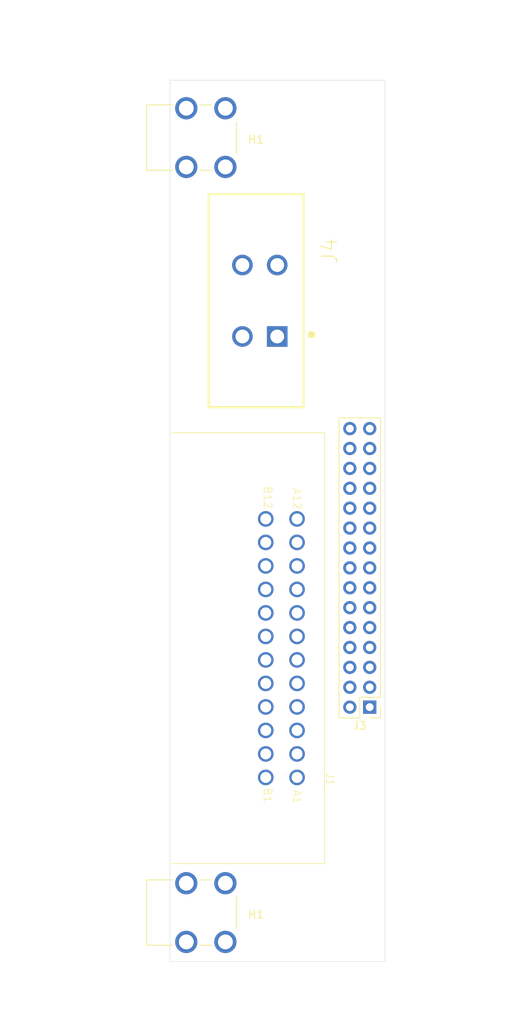
<source format=kicad_pcb>
(kicad_pcb (version 20241229) (generator "pcbnew") (generator_version "9.0")
  (layers (0 "F.Cu" signal) (2 "B.Cu" signal) (13 "F.Paste" user) (15 "B.Paste" user) (5 "F.SilkS" user "F.Silkscreen") (7 "B.SilkS" user "B.Silkscreen") (1 "F.Mask" user) (3 "B.Mask" user) (25 "Edge.Cuts" user))
  (net 0 "")
  (net 1 "/ALARM")
  (net 2 "/WATER_T_PWM")
  (net 3 "/BTN_ActLO")
  (net 4 "/DOOR_ActLO")
  (net 6 "/BRAKE_ActLO")
  (net 7 "/H_BEAM_ActHI")
  (net 8 "/SPARE_B8")
  (net 9 "/FUEL_LVL_Rsense")
  (net 10 "/ALTERN_ActLO")
  (net 11 "/BATT12V+")
  (net 12 "/PARK_ActLO")
  (net 13 "/AIRBAG_ActLO")
  (net 14 "/SPEED_HALL")
  (net 15 "/OIL_ALRM_ActLO")
  (net 16 "GND")
  (net 17 "/R_TURN_ActLO")
  (net 18 "/L_TURN_ActHI")
  (net 19 "/IMMO_ActLO")
  (net 20 "/COOLANT_ActLO")
  (net 21 "/L_BEAM_ActHI")
  (net 22 "/IGNITION_ActHI")
  (net 23 "/RPM_HALL")
  (net 24 "/ABS_ActLO")
  (net 26 "/CAN_H")
  (net 27 "/CAN_L")
  (net 28 "/SPARE_A8")
  (footprint "VXDash_mech:KEYSTONE_7765" (layer "F.Cu") (at 117.75 52.324)
    (property "Reference" "H1" (at 8.25 0.25 0) (layer "F.SilkS"))
    (property "Value" "M4 Thread mount")
    (fp_line (start -5.74 -4.165) (end -5.74 4.165) (stroke (width 0.127)) (layer "F.SilkS"))
    (fp_line (start -5.74 4.165) (end -2.405 4.165) (stroke (width 0.127)) (layer "F.SilkS"))
    (fp_line (start -2.405 -4.165) (end -5.74 -4.165) (stroke (width 0.127)) (layer "F.SilkS"))
    (fp_line (start 1.085 -4.165) (end 2.595 -4.165) (stroke (width 0.127)) (layer "F.SilkS"))
    (fp_line (start 1.085 4.165) (end 2.595 4.165) (stroke (width 0.127)) (layer "F.SilkS"))
    (fp_line (start 5.74 -2) (end 5.74 2) (stroke (width 0.127)) (layer "F.SilkS"))
    (pad "MP" thru_hole circle (at -0.66 -3.745) (size 2.85 2.85) (drill 1.9) (layers "*.Cu" "*.Mask"))
    (pad "MP" thru_hole circle (at -0.66 3.745) (size 2.85 2.85) (drill 1.9) (layers "*.Cu" "*.Mask"))
    (pad "MP" thru_hole circle (at 4.34 -3.745) (size 2.85 2.85) (drill 1.9) (layers "*.Cu" "*.Mask"))
    (pad "MP" thru_hole circle (at 4.34 3.745) (size 2.85 2.85) (drill 1.9) (layers "*.Cu" "*.Mask"))
  )
  (footprint "Connector_PinHeader_2.54mm:PinHeader_2x15_P2.54mm_Vertical" (layer "F.Cu") (at 140.54 125.03 180)
    (property "Reference" "J3" (at 1.27 -2.38 180) (layer "F.SilkS"))
    (property "Value" "Passthrough")
    (fp_line (start 3.92 -1.38) (end 3.92 36.94) (stroke (width 0.12)) (layer "F.SilkS"))
    (fp_line (start 1.27 1.27) (end 1.27 -1.38) (stroke (width 0.12)) (layer "F.SilkS"))
    (fp_line (start 1.27 -1.38) (end 3.92 -1.38) (stroke (width 0.12)) (layer "F.SilkS"))
    (fp_line (start -1.38 36.94) (end 3.92 36.94) (stroke (width 0.12)) (layer "F.SilkS"))
    (fp_line (start -1.38 1.27) (end 1.27 1.27) (stroke (width 0.12)) (layer "F.SilkS"))
    (fp_line (start -1.38 1.27) (end -1.38 36.94) (stroke (width 0.12)) (layer "F.SilkS"))
    (fp_line (start -1.38 0) (end -1.38 -1.38) (stroke (width 0.12)) (layer "F.SilkS"))
    (fp_line (start -1.38 -1.38) (end 0 -1.38) (stroke (width 0.12)) (layer "F.SilkS"))
    (pad "1" thru_hole rect (at 0 0 180) (size 1.7 1.7) (drill 1) (layers "*.Cu" "*.Mask") (net 11 "/BATT12V+"))
    (pad "2" thru_hole circle (at 2.54 0 180) (size 1.7 1.7) (drill 1) (layers "*.Cu" "*.Mask") (net 11 "/BATT12V+"))
    (pad "3" thru_hole circle (at 0 2.54 180) (size 1.7 1.7) (drill 1) (layers "*.Cu" "*.Mask") (net 16 "GND"))
    (pad "4" thru_hole circle (at 2.54 2.54 180) (size 1.7 1.7) (drill 1) (layers "*.Cu" "*.Mask") (net 16 "GND"))
    (pad "5" thru_hole circle (at 0 5.08 180) (size 1.7 1.7) (drill 1) (layers "*.Cu" "*.Mask") (net 22 "/IGNITION_ActHI"))
    (pad "6" thru_hole circle (at 2.54 5.08 180) (size 1.7 1.7) (drill 1) (layers "*.Cu" "*.Mask") (net 6 "/BRAKE_ActLO"))
    (pad "7" thru_hole circle (at 0 7.62 180) (size 1.7 1.7) (drill 1) (layers "*.Cu" "*.Mask") (net 23 "/RPM_HALL"))
    (pad "8" thru_hole circle (at 2.54 7.62 180) (size 1.7 1.7) (drill 1) (layers "*.Cu" "*.Mask") (net 12 "/PARK_ActLO"))
    (pad "9" thru_hole circle (at 0 10.16 180) (size 1.7 1.7) (drill 1) (layers "*.Cu" "*.Mask") (net 14 "/SPEED_HALL"))
    (pad "10" thru_hole circle (at 2.54 10.16 180) (size 1.7 1.7) (drill 1) (layers "*.Cu" "*.Mask") (net 15 "/OIL_ALRM_ActLO"))
    (pad "11" thru_hole circle (at 0 12.7 180) (size 1.7 1.7) (drill 1) (layers "*.Cu" "*.Mask") (net 2 "/WATER_T_PWM"))
    (pad "12" thru_hole circle (at 2.54 12.7 180) (size 1.7 1.7) (drill 1) (layers "*.Cu" "*.Mask") (net 13 "/AIRBAG_ActLO"))
    (pad "13" thru_hole circle (at 0 15.24 180) (size 1.7 1.7) (drill 1) (layers "*.Cu" "*.Mask") (net 9 "/FUEL_LVL_Rsense"))
    (pad "14" thru_hole circle (at 2.54 15.24 180) (size 1.7 1.7) (drill 1) (layers "*.Cu" "*.Mask") (net 19 "/IMMO_ActLO"))
    (pad "15" thru_hole circle (at 0 17.78 180) (size 1.7 1.7) (drill 1) (layers "*.Cu" "*.Mask") (net 28 "/SPARE_A8"))
    (pad "16" thru_hole circle (at 2.54 17.78 180) (size 1.7 1.7) (drill 1) (layers "*.Cu" "*.Mask") (net 21 "/L_BEAM_ActHI"))
    (pad "17" thru_hole circle (at 0 20.32 180) (size 1.7 1.7) (drill 1) (layers "*.Cu" "*.Mask") (net 7 "/H_BEAM_ActHI"))
    (pad "18" thru_hole circle (at 2.54 20.32 180) (size 1.7 1.7) (drill 1) (layers "*.Cu" "*.Mask") (net 1 "/ALARM"))
    (pad "19" thru_hole circle (at 0 22.86 180) (size 1.7 1.7) (drill 1) (layers "*.Cu" "*.Mask") (net 10 "/ALTERN_ActLO"))
    (pad "20" thru_hole circle (at 2.54 22.86 180) (size 1.7 1.7) (drill 1) (layers "*.Cu" "*.Mask") (net 8 "/SPARE_B8"))
    (pad "21" thru_hole circle (at 0 25.4 180) (size 1.7 1.7) (drill 1) (layers "*.Cu" "*.Mask") (net 18 "/L_TURN_ActHI"))
    (pad "22" thru_hole circle (at 2.54 25.4 180) (size 1.7 1.7) (drill 1) (layers "*.Cu" "*.Mask") (net 3 "/BTN_ActLO"))
    (pad "23" thru_hole circle (at 0 27.94 180) (size 1.7 1.7) (drill 1) (layers "*.Cu" "*.Mask") (net 17 "/R_TURN_ActLO"))
    (pad "24" thru_hole circle (at 2.54 27.94 180) (size 1.7 1.7) (drill 1) (layers "*.Cu" "*.Mask") (net 20 "/COOLANT_ActLO"))
    (pad "25" thru_hole circle (at 0 30.48 180) (size 1.7 1.7) (drill 1) (layers "*.Cu" "*.Mask"))
    (pad "26" thru_hole circle (at 2.54 30.48 180) (size 1.7 1.7) (drill 1) (layers "*.Cu" "*.Mask") (net 4 "/DOOR_ActLO"))
    (pad "27" thru_hole circle (at 0 33.02 180) (size 1.7 1.7) (drill 1) (layers "*.Cu" "*.Mask") (net 16 "GND"))
    (pad "28" thru_hole circle (at 2.54 33.02 180) (size 1.7 1.7) (drill 1) (layers "*.Cu" "*.Mask") (net 24 "/ABS_ActLO"))
    (pad "29" thru_hole circle (at 0 35.56 180) (size 1.7 1.7) (drill 1) (layers "*.Cu" "*.Mask") (net 27 "/CAN_L"))
    (pad "30" thru_hole circle (at 2.54 35.56 180) (size 1.7 1.7) (drill 1) (layers "*.Cu" "*.Mask") (net 26 "/CAN_H"))
  )
  (footprint "VXDash_connectors:TE_DTF13-4P" (layer "F.Cu") (at 126.492 73.152 -90)
    (property "Reference" "J4" (at -6.36055 -8.90477 90) (layer "F.SilkS") (effects (font (size 2.003323 2.003323))))
    (property "Value" "CANbus")
    (fp_line (start -13.59 6.541) (end -13.59 -5.58) (stroke (width 0.254)) (layer "F.SilkS"))
    (fp_line (start 13.59 6.541) (end -13.59 6.541) (stroke (width 0.254)) (layer "F.SilkS"))
    (fp_line (start -13.59 -5.58) (end 13.59 -5.58) (stroke (width 0.254)) (layer "F.SilkS"))
    (fp_line (start 13.59 -5.58) (end 13.59 6.541) (stroke (width 0.254)) (layer "F.SilkS"))
    (fp_circle (center 4.33 -6.6) (end 4.58 -6.6) (stroke (width 0.5)) (fill no) (layer "F.SilkS"))
    (pad "" np_thru_hole circle (at -10.415 0 270) (size 2.16 2.16) (drill 2.16) (layers "*.Cu" "*.Mask"))
    (pad "" np_thru_hole circle (at 10.415 0 270) (size 2.16 2.16) (drill 2.16) (layers "*.Cu" "*.Mask"))
    (pad "1" thru_hole rect (at 4.561 -2.223 270) (size 2.64 2.64) (drill 1.76) (layers "*.Cu" "*.Mask") (net 16 "GND"))
    (pad "2" thru_hole circle (at 4.561 2.227 270) (size 2.64 2.64) (drill 1.76) (layers "*.Cu" "*.Mask") (net 27 "/CAN_L"))
    (pad "3" thru_hole circle (at -4.559 2.227 270) (size 2.64 2.64) (drill 1.76) (layers "*.Cu" "*.Mask") (net 26 "/CAN_H"))
    (pad "4" thru_hole circle (at -4.559 -2.223 270) (size 2.64 2.64) (drill 1.76) (layers "*.Cu" "*.Mask") (net 22 "/IGNITION_ActHI"))
  )
  (footprint "VXDash_mech:KEYSTONE_7765" (layer "F.Cu") (at 117.75 151.25)
    (property "Reference" "H1" (at 8.25 0.25 0) (layer "F.SilkS"))
    (property "Value" "M4 Thread mount")
    (fp_line (start -5.74 -4.165) (end -5.74 4.165) (stroke (width 0.127)) (layer "F.SilkS"))
    (fp_line (start -5.74 4.165) (end -2.405 4.165) (stroke (width 0.127)) (layer "F.SilkS"))
    (fp_line (start -2.405 -4.165) (end -5.74 -4.165) (stroke (width 0.127)) (layer "F.SilkS"))
    (fp_line (start 1.085 -4.165) (end 2.595 -4.165) (stroke (width 0.127)) (layer "F.SilkS"))
    (fp_line (start 1.085 4.165) (end 2.595 4.165) (stroke (width 0.127)) (layer "F.SilkS"))
    (fp_line (start 5.74 -2) (end 5.74 2) (stroke (width 0.127)) (layer "F.SilkS"))
    (pad "MP" thru_hole circle (at -0.66 -3.745) (size 2.85 2.85) (drill 1.9) (layers "*.Cu" "*.Mask") (net 16 "GND"))
    (pad "MP" thru_hole circle (at -0.66 3.745) (size 2.85 2.85) (drill 1.9) (layers "*.Cu" "*.Mask") (net 16 "GND"))
    (pad "MP" thru_hole circle (at 4.34 -3.745) (size 2.85 2.85) (drill 1.9) (layers "*.Cu" "*.Mask") (net 16 "GND"))
    (pad "MP" thru_hole circle (at 4.34 3.745) (size 2.85 2.85) (drill 1.9) (layers "*.Cu" "*.Mask") (net 16 "GND"))
  )
  (footprint "VXDash_connectors:Aptiv 12092886" (layer "F.Cu") (at 129.25 117.5 -90)
    (property "Reference" "J1" (at 16.75 -6.25 270) (layer "F.SilkS") (effects (font (thickness 0.1))))
    (property "Value" "Header_VX220_RightAngle")
    (fp_line (start 27.5 14) (end 27.5 -5.5) (stroke (width 0.1)) (layer "F.SilkS"))
    (fp_line (start -27.5 -5.5) (end -27.5 14) (stroke (width 0.1)) (layer "F.SilkS"))
    (fp_line (start 27.5 -5.5) (end -27.5 -5.5) (stroke (width 0.1)) (layer "F.SilkS"))
    (fp_text user "A1" (at 18 -2 270) (layer "F.SilkS") (effects (font (thickness 0.1)) (justify left)))
    (fp_text user "A12" (at -20.5 -2 270) (layer "F.SilkS") (effects (font (thickness 0.1)) (justify left)))
    (fp_text user "B12" (at -20.75 1.75 270) (layer "F.SilkS") (effects (font (thickness 0.1)) (justify left)))
    (fp_text user "B1" (at 17.75 1.75 270) (layer "F.SilkS") (effects (font (thickness 0.1)) (justify left)))
    (pad "" np_thru_hole circle (at -23.2 -0.4 270) (size 3.2 3.2) (drill 3.2) (layers "*.Cu" "*.Mask"))
    (pad "" np_thru_hole circle (at 23.2 -0.4 270) (size 3.2 3.2) (drill 3.2) (layers "*.Cu" "*.Mask"))
    (pad "A1" thru_hole circle (at 16.5 -2 270) (size 2 2) (drill 1.4) (layers "*.Cu" "*.Mask") (net 11 "/BATT12V+"))
    (pad "A2" thru_hole circle (at 13.5 -2 270) (size 2 2) (drill 1.4) (layers "*.Cu" "*.Mask") (net 16 "GND"))
    (pad "A3" thru_hole circle (at 10.5 -2 270) (size 2 2) (drill 1.4) (layers "*.Cu" "*.Mask") (net 22 "/IGNITION_ActHI"))
    (pad "A4" thru_hole circle (at 7.5 -2 270) (size 2 2) (drill 1.4) (layers "*.Cu" "*.Mask") (net 23 "/RPM_HALL"))
    (pad "A5" thru_hole circle (at 4.5 -2 270) (size 2 2) (drill 1.4) (layers "*.Cu" "*.Mask") (net 14 "/SPEED_HALL"))
    (pad "A6" thru_hole circle (at 1.5 -2 270) (size 2 2) (drill 1.4) (layers "*.Cu" "*.Mask") (net 2 "/WATER_T_PWM"))
    (pad "A7" thru_hole circle (at -1.5 -2 270) (size 2 2) (drill 1.4) (layers "*.Cu" "*.Mask") (net 9 "/FUEL_LVL_Rsense"))
    (pad "A8" thru_hole circle (at -4.5 -2 270) (size 2 2) (drill 1.4) (layers "*.Cu" "*.Mask"))
    (pad "A9" thru_hole circle (at -7.5 -2 270) (size 2 2) (drill 1.4) (layers "*.Cu" "*.Mask") (net 7 "/H_BEAM_ActHI"))
    (pad "A10" thru_hole circle (at -10.5 -2 270) (size 2 2) (drill 1.4) (layers "*.Cu" "*.Mask") (net 10 "/ALTERN_ActLO"))
    (pad "A11" thru_hole circle (at -13.5 -2 270) (size 2 2) (drill 1.4) (layers "*.Cu" "*.Mask") (net 18 "/L_TURN_ActHI"))
    (pad "A12" thru_hole circle (at -16.5 -2 270) (size 2 2) (drill 1.4) (layers "*.Cu" "*.Mask") (net 17 "/R_TURN_ActLO"))
    (pad "B1" thru_hole circle (at 16.5 2 270) (size 2 2) (drill 1.4) (layers "*.Cu" "*.Mask") (net 6 "/BRAKE_ActLO"))
    (pad "B2" thru_hole circle (at 13.5 2 270) (size 2 2) (drill 1.4) (layers "*.Cu" "*.Mask") (net 12 "/PARK_ActLO"))
    (pad "B3" thru_hole circle (at 10.5 2 270) (size 2 2) (drill 1.4) (layers "*.Cu" "*.Mask") (net 15 "/OIL_ALRM_ActLO"))
    (pad "B4" thru_hole circle (at 7.5 2 270) (size 2 2) (drill 1.4) (layers "*.Cu" "*.Mask") (net 13 "/AIRBAG_ActLO"))
    (pad "B5" thru_hole circle (at 4.5 2 270) (size 2 2) (drill 1.4) (layers "*.Cu" "*.Mask") (net 19 "/IMMO_ActLO"))
    (pad "B6" thru_hole circle (at 1.5 2 270) (size 2 2) (drill 1.4) (layers "*.Cu" "*.Mask") (net 21 "/L_BEAM_ActHI"))
    (pad "B7" thru_hole circle (at -1.5 2 270) (size 2 2) (drill 1.4) (layers "*.Cu" "*.Mask") (net 1 "/ALARM"))
    (pad "B8" thru_hole circle (at -4.5 2 270) (size 2 2) (drill 1.4) (layers "*.Cu" "*.Mask") (net 8 "/SPARE_B8"))
    (pad "B9" thru_hole circle (at -7.5 2 270) (size 2 2) (drill 1.4) (layers "*.Cu" "*.Mask") (net 3 "/BTN_ActLO"))
    (pad "B10" thru_hole circle (at -10.5 2 270) (size 2 2) (drill 1.4) (layers "*.Cu" "*.Mask") (net 20 "/COOLANT_ActLO"))
    (pad "B11" thru_hole circle (at -13.5 2 270) (size 2 2) (drill 1.4) (layers "*.Cu" "*.Mask") (net 4 "/DOOR_ActLO"))
    (pad "B12" thru_hole circle (at -16.5 2 270) (size 2 2) (drill 1.4) (layers "*.Cu" "*.Mask") (net 24 "/ABS_ActLO"))
  )
  (gr_rect (start 115 45) (end 142.5 157.5) (stroke (width 0.05)) (fill no) (layer "Edge.Cuts"))
)
</source>
